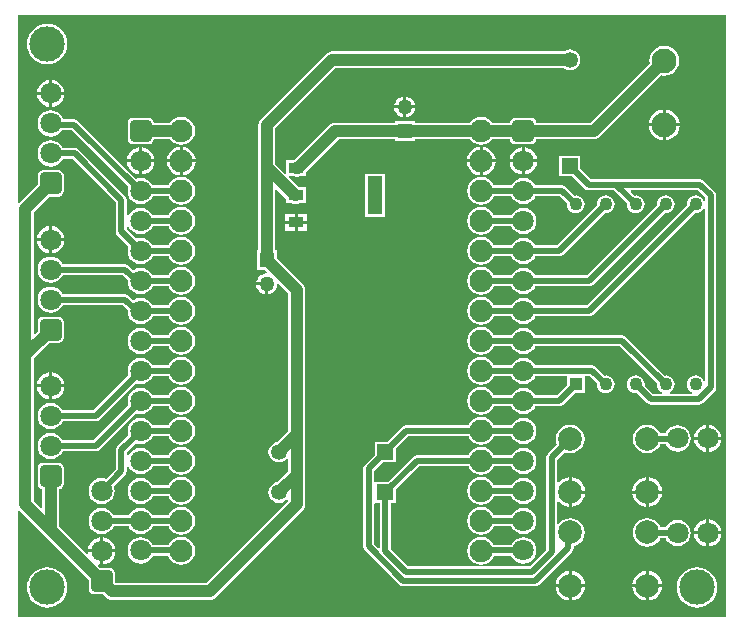
<source format=gbl>
G04*
G04 #@! TF.GenerationSoftware,Altium Limited,Altium Designer,22.5.1 (42)*
G04*
G04 Layer_Physical_Order=2*
G04 Layer_Color=16711680*
%FSLAX24Y24*%
%MOIN*%
G70*
G04*
G04 #@! TF.SameCoordinates,CA2130CD-DD2B-4D4C-96E1-355C1CFE4D94*
G04*
G04*
G04 #@! TF.FilePolarity,Positive*
G04*
G01*
G75*
%ADD10C,0.0197*%
%ADD27C,0.0827*%
%ADD28C,0.0709*%
G04:AMPARAMS|DCode=29|XSize=70.9mil|YSize=70.9mil|CornerRadius=8.9mil|HoleSize=0mil|Usage=FLASHONLY|Rotation=90.000|XOffset=0mil|YOffset=0mil|HoleType=Round|Shape=RoundedRectangle|*
%AMROUNDEDRECTD29*
21,1,0.0709,0.0531,0,0,90.0*
21,1,0.0531,0.0709,0,0,90.0*
1,1,0.0177,0.0266,0.0266*
1,1,0.0177,0.0266,-0.0266*
1,1,0.0177,-0.0266,-0.0266*
1,1,0.0177,-0.0266,0.0266*
%
%ADD29ROUNDEDRECTD29*%
%ADD30C,0.1181*%
%ADD31C,0.0433*%
%ADD32R,0.0433X0.0433*%
%ADD33R,0.0531X0.0531*%
%ADD34C,0.0787*%
%ADD35C,0.0531*%
%ADD36R,0.0502X0.0502*%
%ADD37C,0.0502*%
%ADD38R,0.0531X0.0531*%
%ADD39C,0.0760*%
%ADD40R,0.0512X0.1280*%
%ADD41R,0.0512X0.0374*%
%ADD42C,0.0394*%
G36*
X23622Y0D02*
X0D01*
Y3539D01*
X50Y3556D01*
X53Y3553D01*
X903Y2703D01*
X903Y2703D01*
X2362Y1243D01*
Y934D01*
X2375Y868D01*
X2413Y813D01*
X2468Y775D01*
X2534Y762D01*
X2843D01*
X2953Y653D01*
X3010Y608D01*
X3078Y580D01*
X3150Y571D01*
X6400D01*
X6472Y580D01*
X6540Y608D01*
X6597Y653D01*
X9497Y3553D01*
X9542Y3610D01*
X9570Y3678D01*
X9579Y3750D01*
Y4743D01*
Y6093D01*
Y10900D01*
X9579Y10900D01*
X9570Y10972D01*
X9542Y11040D01*
X9497Y11097D01*
X9497Y11097D01*
X8631Y11964D01*
Y12231D01*
X8579D01*
Y14242D01*
X8625Y14262D01*
X8945Y13942D01*
Y13783D01*
X9153D01*
X9160Y13780D01*
X9232Y13771D01*
X9281D01*
X9353Y13780D01*
X9360Y13783D01*
X9617D01*
Y14317D01*
X9360D01*
X9360Y14317D01*
X9038Y14638D01*
X9058Y14685D01*
X9202D01*
X9209Y14682D01*
X9281Y14672D01*
X9330D01*
X9403Y14682D01*
X9409Y14685D01*
X9617D01*
Y14843D01*
X10694Y15921D01*
X12569D01*
Y15869D01*
X13231D01*
Y15921D01*
X15084D01*
X15122Y15872D01*
X15218Y15798D01*
X15330Y15752D01*
X15450Y15736D01*
X15570Y15752D01*
X15682Y15798D01*
X15778Y15872D01*
X15816Y15921D01*
X16415D01*
X16425Y15868D01*
X16463Y15813D01*
X16518Y15775D01*
X16584Y15762D01*
X17116D01*
X17182Y15775D01*
X17237Y15813D01*
X17275Y15868D01*
X17285Y15921D01*
X19208D01*
X19281Y15930D01*
X19348Y15958D01*
X19406Y16003D01*
X21459Y18056D01*
X21550Y18044D01*
X21679Y18061D01*
X21799Y18111D01*
X21902Y18190D01*
X21981Y18293D01*
X22031Y18413D01*
X22048Y18542D01*
X22031Y18671D01*
X21981Y18791D01*
X21902Y18894D01*
X21799Y18973D01*
X21679Y19022D01*
X21550Y19039D01*
X21421Y19022D01*
X21301Y18973D01*
X21198Y18894D01*
X21119Y18791D01*
X21069Y18671D01*
X21052Y18542D01*
X21064Y18451D01*
X19093Y16479D01*
X17285D01*
X17275Y16532D01*
X17237Y16587D01*
X17182Y16625D01*
X17116Y16638D01*
X16584D01*
X16518Y16625D01*
X16463Y16587D01*
X16425Y16532D01*
X16415Y16479D01*
X15816D01*
X15778Y16528D01*
X15682Y16602D01*
X15570Y16648D01*
X15450Y16664D01*
X15330Y16648D01*
X15218Y16602D01*
X15122Y16528D01*
X15084Y16479D01*
X13231D01*
Y16531D01*
X12569D01*
Y16479D01*
X10579D01*
X10579Y16479D01*
X10506Y16470D01*
X10439Y16442D01*
X10381Y16397D01*
X10381Y16397D01*
X9203Y15219D01*
X9202Y15219D01*
X8945D01*
Y14797D01*
X8899Y14778D01*
X8579Y15098D01*
Y16284D01*
X10587Y18292D01*
X11850D01*
X18196Y18292D01*
X18226Y18270D01*
X18310Y18235D01*
X18400Y18223D01*
X18490Y18235D01*
X18574Y18270D01*
X18647Y18325D01*
X18702Y18397D01*
X18737Y18481D01*
X18749Y18572D01*
X18737Y18662D01*
X18702Y18746D01*
X18647Y18818D01*
X18574Y18874D01*
X18490Y18908D01*
X18400Y18920D01*
X18310Y18908D01*
X18226Y18874D01*
X18196Y18851D01*
X11850Y18851D01*
X10472D01*
X10399Y18841D01*
X10332Y18813D01*
X10274Y18769D01*
X8103Y16597D01*
X8058Y16540D01*
X8030Y16472D01*
X8021Y16400D01*
Y14982D01*
Y12231D01*
X7969D01*
Y11569D01*
X8236D01*
X8304Y11501D01*
X8283Y11452D01*
X8208Y11442D01*
X8123Y11407D01*
X8050Y11350D01*
X7993Y11277D01*
X7958Y11192D01*
X7953Y11150D01*
X8300D01*
Y11100D01*
X8350D01*
Y10753D01*
X8392Y10758D01*
X8477Y10793D01*
X8550Y10850D01*
X8607Y10923D01*
X8642Y11008D01*
X8652Y11083D01*
X8701Y11104D01*
X9021Y10784D01*
Y6209D01*
X8654Y5842D01*
X8616Y5837D01*
X8532Y5802D01*
X8460Y5747D01*
X8405Y5674D01*
X8370Y5590D01*
X8358Y5500D01*
X8370Y5410D01*
X8405Y5326D01*
X8460Y5253D01*
X8532Y5198D01*
X8616Y5163D01*
X8707Y5151D01*
X8797Y5163D01*
X8881Y5198D01*
X8953Y5253D01*
X8971Y5276D01*
X9021Y5259D01*
Y4859D01*
X8654Y4492D01*
X8616Y4487D01*
X8532Y4452D01*
X8460Y4397D01*
X8405Y4324D01*
X8370Y4240D01*
X8358Y4150D01*
X8370Y4060D01*
X8405Y3976D01*
X8460Y3903D01*
X8532Y3848D01*
X8616Y3813D01*
X8707Y3801D01*
X8797Y3813D01*
X8881Y3848D01*
X8953Y3903D01*
X8967Y3921D01*
X9013Y3905D01*
X9018Y3863D01*
X6284Y1129D01*
X3266D01*
X3238Y1157D01*
Y1466D01*
X3225Y1532D01*
X3187Y1587D01*
X3132Y1625D01*
X3066Y1638D01*
X2757D01*
X2689Y1706D01*
X2712Y1753D01*
X2750Y1748D01*
Y2150D01*
X2348D01*
X2353Y2112D01*
X2306Y2089D01*
X1379Y3016D01*
Y4265D01*
X1432Y4275D01*
X1487Y4313D01*
X1525Y4368D01*
X1538Y4434D01*
Y4966D01*
X1525Y5032D01*
X1487Y5087D01*
X1432Y5125D01*
X1366Y5138D01*
X834D01*
X768Y5125D01*
X713Y5087D01*
X675Y5032D01*
X662Y4966D01*
Y4434D01*
X675Y4368D01*
X713Y4313D01*
X768Y4275D01*
X821Y4265D01*
Y3639D01*
X775Y3620D01*
X529Y3866D01*
Y8609D01*
X1057Y9137D01*
X1366D01*
X1432Y9150D01*
X1487Y9188D01*
X1525Y9243D01*
X1538Y9309D01*
Y9841D01*
X1525Y9907D01*
X1487Y9962D01*
X1432Y10000D01*
X1366Y10013D01*
X834D01*
X768Y10000D01*
X713Y9962D01*
X675Y9907D01*
X662Y9841D01*
Y9532D01*
X575Y9445D01*
X529Y9464D01*
Y13484D01*
X1057Y14012D01*
X1366D01*
X1432Y14025D01*
X1487Y14063D01*
X1525Y14118D01*
X1538Y14184D01*
Y14716D01*
X1525Y14782D01*
X1487Y14837D01*
X1432Y14875D01*
X1366Y14888D01*
X834D01*
X768Y14875D01*
X713Y14837D01*
X675Y14782D01*
X662Y14716D01*
Y14407D01*
X53Y13797D01*
X50Y13794D01*
X0Y13811D01*
Y20079D01*
X23622D01*
Y0D01*
D02*
G37*
%LPC*%
G36*
X984Y19768D02*
X853Y19755D01*
X726Y19717D01*
X610Y19655D01*
X508Y19571D01*
X424Y19469D01*
X362Y19352D01*
X323Y19226D01*
X310Y19094D01*
X323Y18963D01*
X362Y18837D01*
X424Y18720D01*
X508Y18618D01*
X610Y18534D01*
X726Y18472D01*
X853Y18434D01*
X984Y18421D01*
X1116Y18434D01*
X1242Y18472D01*
X1359Y18534D01*
X1461Y18618D01*
X1544Y18720D01*
X1607Y18837D01*
X1645Y18963D01*
X1658Y19094D01*
X1645Y19226D01*
X1607Y19352D01*
X1544Y19469D01*
X1461Y19571D01*
X1359Y19655D01*
X1242Y19717D01*
X1116Y19755D01*
X984Y19768D01*
D02*
G37*
G36*
X1150Y17902D02*
Y17500D01*
X1552D01*
X1543Y17569D01*
X1497Y17679D01*
X1424Y17774D01*
X1329Y17847D01*
X1219Y17893D01*
X1150Y17902D01*
D02*
G37*
G36*
X1050D02*
X981Y17893D01*
X871Y17847D01*
X776Y17774D01*
X703Y17679D01*
X657Y17569D01*
X648Y17500D01*
X1050D01*
Y17902D01*
D02*
G37*
G36*
X12950Y17347D02*
Y17050D01*
X13247D01*
X13242Y17092D01*
X13207Y17177D01*
X13150Y17250D01*
X13077Y17307D01*
X12992Y17342D01*
X12950Y17347D01*
D02*
G37*
G36*
X12850D02*
X12808Y17342D01*
X12723Y17307D01*
X12650Y17250D01*
X12593Y17177D01*
X12558Y17092D01*
X12553Y17050D01*
X12850D01*
Y17347D01*
D02*
G37*
G36*
X1552Y17400D02*
X1150D01*
Y16998D01*
X1219Y17007D01*
X1329Y17053D01*
X1424Y17126D01*
X1497Y17221D01*
X1543Y17331D01*
X1552Y17400D01*
D02*
G37*
G36*
X1050D02*
X648D01*
X657Y17331D01*
X703Y17221D01*
X776Y17126D01*
X871Y17053D01*
X981Y17007D01*
X1050Y16998D01*
Y17400D01*
D02*
G37*
G36*
X13247Y16950D02*
X12950D01*
Y16653D01*
X12992Y16658D01*
X13077Y16693D01*
X13150Y16750D01*
X13207Y16823D01*
X13242Y16908D01*
X13247Y16950D01*
D02*
G37*
G36*
X12850D02*
X12553D01*
X12558Y16908D01*
X12593Y16823D01*
X12650Y16750D01*
X12723Y16693D01*
X12808Y16658D01*
X12850Y16653D01*
Y16950D01*
D02*
G37*
G36*
X5450Y16664D02*
X5330Y16648D01*
X5218Y16602D01*
X5122Y16528D01*
X5084Y16479D01*
X4535D01*
X4525Y16532D01*
X4487Y16587D01*
X4432Y16625D01*
X4366Y16638D01*
X3834D01*
X3768Y16625D01*
X3713Y16587D01*
X3675Y16532D01*
X3662Y16466D01*
Y15934D01*
X3675Y15868D01*
X3713Y15813D01*
X3768Y15775D01*
X3834Y15762D01*
X4366D01*
X4432Y15775D01*
X4487Y15813D01*
X4525Y15868D01*
X4535Y15921D01*
X5084D01*
X5122Y15872D01*
X5218Y15798D01*
X5330Y15752D01*
X5450Y15736D01*
X5570Y15752D01*
X5682Y15798D01*
X5778Y15872D01*
X5852Y15968D01*
X5898Y16080D01*
X5914Y16200D01*
X5898Y16320D01*
X5852Y16432D01*
X5778Y16528D01*
X5682Y16602D01*
X5570Y16648D01*
X5450Y16664D01*
D02*
G37*
G36*
X21600Y16911D02*
Y16450D01*
X22061D01*
X22050Y16534D01*
X21998Y16659D01*
X21916Y16766D01*
X21809Y16848D01*
X21684Y16900D01*
X21600Y16911D01*
D02*
G37*
G36*
X21500D02*
X21416Y16900D01*
X21291Y16848D01*
X21184Y16766D01*
X21102Y16659D01*
X21050Y16534D01*
X21039Y16450D01*
X21500D01*
Y16911D01*
D02*
G37*
G36*
X22061Y16350D02*
X21600D01*
Y15889D01*
X21684Y15900D01*
X21809Y15952D01*
X21916Y16034D01*
X21998Y16141D01*
X22050Y16266D01*
X22061Y16350D01*
D02*
G37*
G36*
X21500D02*
X21039D01*
X21050Y16266D01*
X21102Y16141D01*
X21184Y16034D01*
X21291Y15952D01*
X21416Y15900D01*
X21500Y15889D01*
Y16350D01*
D02*
G37*
G36*
X5500Y15678D02*
Y15250D01*
X5928D01*
X5918Y15325D01*
X5869Y15442D01*
X5792Y15542D01*
X5692Y15619D01*
X5575Y15668D01*
X5500Y15678D01*
D02*
G37*
G36*
X4150Y15652D02*
Y15250D01*
X4552D01*
X4543Y15319D01*
X4497Y15429D01*
X4424Y15524D01*
X4329Y15597D01*
X4219Y15643D01*
X4150Y15652D01*
D02*
G37*
G36*
X16900D02*
Y15250D01*
X17302D01*
X17293Y15319D01*
X17247Y15429D01*
X17174Y15524D01*
X17079Y15597D01*
X16969Y15643D01*
X16900Y15652D01*
D02*
G37*
G36*
X15500Y15678D02*
Y15250D01*
X15928D01*
X15918Y15325D01*
X15869Y15442D01*
X15792Y15542D01*
X15692Y15619D01*
X15575Y15668D01*
X15500Y15678D01*
D02*
G37*
G36*
X16800Y15652D02*
X16731Y15643D01*
X16621Y15597D01*
X16526Y15524D01*
X16453Y15429D01*
X16407Y15319D01*
X16398Y15250D01*
X16800D01*
Y15652D01*
D02*
G37*
G36*
X4050D02*
X3981Y15643D01*
X3871Y15597D01*
X3776Y15524D01*
X3703Y15429D01*
X3657Y15319D01*
X3648Y15250D01*
X4050D01*
Y15652D01*
D02*
G37*
G36*
X5400Y15678D02*
X5325Y15668D01*
X5208Y15619D01*
X5108Y15542D01*
X5031Y15442D01*
X4982Y15325D01*
X4972Y15250D01*
X5400D01*
Y15678D01*
D02*
G37*
G36*
X15400D02*
X15325Y15668D01*
X15208Y15619D01*
X15108Y15542D01*
X15031Y15442D01*
X14982Y15325D01*
X14972Y15250D01*
X15400D01*
Y15678D01*
D02*
G37*
G36*
X17302Y15150D02*
X16900D01*
Y14748D01*
X16969Y14757D01*
X17079Y14803D01*
X17174Y14876D01*
X17247Y14971D01*
X17293Y15081D01*
X17302Y15150D01*
D02*
G37*
G36*
X4552D02*
X4150D01*
Y14748D01*
X4219Y14757D01*
X4329Y14803D01*
X4424Y14876D01*
X4497Y14971D01*
X4543Y15081D01*
X4552Y15150D01*
D02*
G37*
G36*
X16800D02*
X16398D01*
X16407Y15081D01*
X16453Y14971D01*
X16526Y14876D01*
X16621Y14803D01*
X16731Y14757D01*
X16800Y14748D01*
Y15150D01*
D02*
G37*
G36*
X4050D02*
X3648D01*
X3657Y15081D01*
X3703Y14971D01*
X3776Y14876D01*
X3871Y14803D01*
X3981Y14757D01*
X4050Y14748D01*
Y15150D01*
D02*
G37*
G36*
X15928D02*
X15500D01*
Y14722D01*
X15575Y14732D01*
X15692Y14781D01*
X15792Y14858D01*
X15869Y14958D01*
X15918Y15075D01*
X15928Y15150D01*
D02*
G37*
G36*
X5928D02*
X5500D01*
Y14722D01*
X5575Y14732D01*
X5692Y14781D01*
X5792Y14858D01*
X5869Y14958D01*
X5918Y15075D01*
X5928Y15150D01*
D02*
G37*
G36*
X15400D02*
X14972D01*
X14982Y15075D01*
X15031Y14958D01*
X15108Y14858D01*
X15208Y14781D01*
X15325Y14732D01*
X15400Y14722D01*
Y15150D01*
D02*
G37*
G36*
X5400D02*
X4972D01*
X4982Y15075D01*
X5031Y14958D01*
X5108Y14858D01*
X5208Y14781D01*
X5325Y14732D01*
X5400Y14722D01*
Y15150D01*
D02*
G37*
G36*
X18746Y15374D02*
X18054D01*
Y14683D01*
X18488D01*
X18900Y14271D01*
X18900Y14271D01*
X18959Y14232D01*
X19028Y14218D01*
X19875D01*
X20306Y13787D01*
X20301Y13750D01*
X20311Y13673D01*
X20341Y13600D01*
X20389Y13539D01*
X20450Y13491D01*
X20523Y13461D01*
X20600Y13451D01*
X20677Y13461D01*
X20750Y13491D01*
X20811Y13539D01*
X20859Y13600D01*
X20889Y13673D01*
X20899Y13750D01*
X20889Y13827D01*
X20859Y13900D01*
X20811Y13961D01*
X20750Y14009D01*
X20677Y14039D01*
X20600Y14049D01*
X20563Y14044D01*
X20435Y14172D01*
X20455Y14218D01*
X22675D01*
X22918Y13975D01*
Y13888D01*
X22868Y13878D01*
X22859Y13900D01*
X22811Y13961D01*
X22750Y14009D01*
X22677Y14039D01*
X22600Y14049D01*
X22523Y14039D01*
X22450Y14009D01*
X22389Y13961D01*
X22341Y13900D01*
X22311Y13827D01*
X22301Y13750D01*
X22306Y13713D01*
X18975Y10382D01*
X17245D01*
X17229Y10419D01*
X17160Y10510D01*
X17069Y10579D01*
X16963Y10623D01*
X16850Y10638D01*
X16737Y10623D01*
X16631Y10579D01*
X16540Y10510D01*
X16471Y10419D01*
X16455Y10382D01*
X15873D01*
X15852Y10432D01*
X15778Y10528D01*
X15682Y10602D01*
X15570Y10648D01*
X15450Y10664D01*
X15330Y10648D01*
X15218Y10602D01*
X15122Y10528D01*
X15048Y10432D01*
X15002Y10320D01*
X14986Y10200D01*
X15002Y10080D01*
X15048Y9968D01*
X15122Y9872D01*
X15218Y9798D01*
X15330Y9752D01*
X15450Y9736D01*
X15570Y9752D01*
X15682Y9798D01*
X15778Y9872D01*
X15852Y9968D01*
X15873Y10018D01*
X16455D01*
X16471Y9981D01*
X16540Y9890D01*
X16631Y9821D01*
X16737Y9777D01*
X16850Y9762D01*
X16963Y9777D01*
X17069Y9821D01*
X17160Y9890D01*
X17229Y9981D01*
X17245Y10018D01*
X19050D01*
X19050Y10018D01*
X19120Y10032D01*
X19179Y10071D01*
X22563Y13456D01*
X22600Y13451D01*
X22677Y13461D01*
X22750Y13491D01*
X22811Y13539D01*
X22859Y13600D01*
X22868Y13622D01*
X22918Y13612D01*
Y7888D01*
X22868Y7878D01*
X22859Y7900D01*
X22811Y7961D01*
X22750Y8009D01*
X22677Y8039D01*
X22600Y8049D01*
X22523Y8039D01*
X22450Y8009D01*
X22389Y7961D01*
X22341Y7900D01*
X22311Y7827D01*
X22301Y7750D01*
X22311Y7673D01*
X22341Y7600D01*
X22389Y7539D01*
X22450Y7491D01*
X22472Y7482D01*
X22462Y7432D01*
X21738D01*
X21728Y7482D01*
X21750Y7491D01*
X21811Y7539D01*
X21859Y7600D01*
X21889Y7673D01*
X21899Y7750D01*
X21889Y7827D01*
X21859Y7900D01*
X21811Y7961D01*
X21750Y8009D01*
X21677Y8039D01*
X21600Y8049D01*
X21563Y8044D01*
X20279Y9329D01*
X20220Y9368D01*
X20150Y9382D01*
X20150Y9382D01*
X17245D01*
X17229Y9419D01*
X17160Y9510D01*
X17069Y9579D01*
X16963Y9623D01*
X16850Y9638D01*
X16737Y9623D01*
X16631Y9579D01*
X16540Y9510D01*
X16471Y9419D01*
X16455Y9382D01*
X15873D01*
X15852Y9432D01*
X15778Y9528D01*
X15682Y9602D01*
X15570Y9648D01*
X15450Y9664D01*
X15330Y9648D01*
X15218Y9602D01*
X15122Y9528D01*
X15048Y9432D01*
X15002Y9320D01*
X14986Y9200D01*
X15002Y9080D01*
X15048Y8968D01*
X15122Y8872D01*
X15218Y8798D01*
X15330Y8752D01*
X15450Y8736D01*
X15570Y8752D01*
X15682Y8798D01*
X15778Y8872D01*
X15852Y8968D01*
X15873Y9018D01*
X16455D01*
X16471Y8981D01*
X16540Y8890D01*
X16631Y8821D01*
X16737Y8777D01*
X16850Y8762D01*
X16963Y8777D01*
X17069Y8821D01*
X17160Y8890D01*
X17229Y8981D01*
X17245Y9018D01*
X20075D01*
X21306Y7787D01*
X21301Y7750D01*
X21311Y7673D01*
X21341Y7600D01*
X21389Y7539D01*
X21450Y7491D01*
X21472Y7482D01*
X21462Y7432D01*
X21175D01*
X20894Y7713D01*
X20899Y7750D01*
X20889Y7827D01*
X20859Y7900D01*
X20811Y7961D01*
X20750Y8009D01*
X20677Y8039D01*
X20600Y8049D01*
X20523Y8039D01*
X20450Y8009D01*
X20389Y7961D01*
X20341Y7900D01*
X20311Y7827D01*
X20301Y7750D01*
X20311Y7673D01*
X20341Y7600D01*
X20389Y7539D01*
X20450Y7491D01*
X20523Y7461D01*
X20600Y7451D01*
X20637Y7456D01*
X20971Y7121D01*
X20971Y7121D01*
X21030Y7082D01*
X21100Y7068D01*
X21100Y7068D01*
X22700D01*
X22700Y7068D01*
X22770Y7082D01*
X22829Y7121D01*
X23229Y7521D01*
X23229Y7521D01*
X23268Y7580D01*
X23282Y7650D01*
Y14050D01*
X23282Y14050D01*
X23268Y14120D01*
X23229Y14179D01*
X23229Y14179D01*
X22879Y14529D01*
X22820Y14568D01*
X22750Y14582D01*
X22750Y14582D01*
X19950D01*
X19950Y14582D01*
X19950Y14582D01*
X19104D01*
X18746Y14940D01*
Y15374D01*
D02*
G37*
G36*
X1100Y16888D02*
X987Y16873D01*
X881Y16829D01*
X790Y16760D01*
X721Y16669D01*
X677Y16563D01*
X662Y16450D01*
X677Y16337D01*
X721Y16231D01*
X790Y16140D01*
X881Y16071D01*
X987Y16027D01*
X1100Y16012D01*
X1213Y16027D01*
X1319Y16071D01*
X1410Y16140D01*
X1479Y16230D01*
X1813D01*
X3692Y14351D01*
X3677Y14313D01*
X3662Y14200D01*
X3677Y14087D01*
X3721Y13981D01*
X3790Y13890D01*
X3881Y13821D01*
X3987Y13777D01*
X4100Y13762D01*
X4213Y13777D01*
X4319Y13821D01*
X4410Y13890D01*
X4479Y13981D01*
X4495Y14018D01*
X5027D01*
X5048Y13968D01*
X5122Y13872D01*
X5218Y13798D01*
X5330Y13752D01*
X5450Y13736D01*
X5570Y13752D01*
X5682Y13798D01*
X5778Y13872D01*
X5852Y13968D01*
X5898Y14080D01*
X5914Y14200D01*
X5898Y14320D01*
X5852Y14432D01*
X5778Y14528D01*
X5682Y14602D01*
X5570Y14648D01*
X5450Y14664D01*
X5330Y14648D01*
X5218Y14602D01*
X5122Y14528D01*
X5048Y14432D01*
X5027Y14382D01*
X4495D01*
X4479Y14419D01*
X4410Y14510D01*
X4319Y14579D01*
X4213Y14623D01*
X4100Y14638D01*
X3987Y14623D01*
X3950Y14608D01*
X2017Y16541D01*
X1958Y16580D01*
X1888Y16594D01*
X1888Y16594D01*
X1511D01*
X1479Y16669D01*
X1410Y16760D01*
X1319Y16829D01*
X1213Y16873D01*
X1100Y16888D01*
D02*
G37*
G36*
X21600Y14049D02*
X21523Y14039D01*
X21450Y14009D01*
X21389Y13961D01*
X21341Y13900D01*
X21311Y13827D01*
X21301Y13750D01*
X21306Y13713D01*
X18975Y11382D01*
X17245D01*
X17229Y11419D01*
X17160Y11510D01*
X17069Y11579D01*
X16963Y11623D01*
X16850Y11638D01*
X16737Y11623D01*
X16631Y11579D01*
X16540Y11510D01*
X16471Y11419D01*
X16455Y11382D01*
X15873D01*
X15852Y11432D01*
X15778Y11528D01*
X15682Y11602D01*
X15570Y11648D01*
X15450Y11664D01*
X15330Y11648D01*
X15218Y11602D01*
X15122Y11528D01*
X15048Y11432D01*
X15002Y11320D01*
X14986Y11200D01*
X15002Y11080D01*
X15048Y10968D01*
X15122Y10872D01*
X15218Y10798D01*
X15330Y10752D01*
X15450Y10736D01*
X15570Y10752D01*
X15682Y10798D01*
X15778Y10872D01*
X15852Y10968D01*
X15873Y11018D01*
X16455D01*
X16471Y10981D01*
X16540Y10890D01*
X16631Y10821D01*
X16737Y10777D01*
X16850Y10762D01*
X16963Y10777D01*
X17069Y10821D01*
X17160Y10890D01*
X17229Y10981D01*
X17245Y11018D01*
X19050D01*
X19050Y11018D01*
X19120Y11032D01*
X19179Y11071D01*
X21563Y13456D01*
X21600Y13451D01*
X21677Y13461D01*
X21750Y13491D01*
X21811Y13539D01*
X21859Y13600D01*
X21889Y13673D01*
X21899Y13750D01*
X21889Y13827D01*
X21859Y13900D01*
X21811Y13961D01*
X21750Y14009D01*
X21677Y14039D01*
X21600Y14049D01*
D02*
G37*
G36*
X19600D02*
X19523Y14039D01*
X19450Y14009D01*
X19389Y13961D01*
X19341Y13900D01*
X19311Y13827D01*
X19301Y13750D01*
X19306Y13713D01*
X17975Y12382D01*
X17245D01*
X17229Y12419D01*
X17160Y12510D01*
X17069Y12579D01*
X16963Y12623D01*
X16850Y12638D01*
X16737Y12623D01*
X16631Y12579D01*
X16540Y12510D01*
X16471Y12419D01*
X16455Y12382D01*
X15873D01*
X15852Y12432D01*
X15778Y12528D01*
X15682Y12602D01*
X15570Y12648D01*
X15450Y12664D01*
X15330Y12648D01*
X15218Y12602D01*
X15122Y12528D01*
X15048Y12432D01*
X15002Y12320D01*
X14986Y12200D01*
X15002Y12080D01*
X15048Y11968D01*
X15122Y11872D01*
X15218Y11798D01*
X15330Y11752D01*
X15450Y11736D01*
X15570Y11752D01*
X15682Y11798D01*
X15778Y11872D01*
X15852Y11968D01*
X15873Y12018D01*
X16455D01*
X16471Y11981D01*
X16540Y11890D01*
X16631Y11821D01*
X16737Y11777D01*
X16850Y11762D01*
X16963Y11777D01*
X17069Y11821D01*
X17160Y11890D01*
X17229Y11981D01*
X17245Y12018D01*
X18050D01*
X18050Y12018D01*
X18120Y12032D01*
X18179Y12071D01*
X19563Y13456D01*
X19600Y13451D01*
X19677Y13461D01*
X19750Y13491D01*
X19811Y13539D01*
X19859Y13600D01*
X19889Y13673D01*
X19899Y13750D01*
X19889Y13827D01*
X19859Y13900D01*
X19811Y13961D01*
X19750Y14009D01*
X19677Y14039D01*
X19600Y14049D01*
D02*
G37*
G36*
X15450Y14664D02*
X15330Y14648D01*
X15218Y14602D01*
X15122Y14528D01*
X15048Y14432D01*
X15002Y14320D01*
X14986Y14200D01*
X15002Y14080D01*
X15048Y13968D01*
X15122Y13872D01*
X15218Y13798D01*
X15330Y13752D01*
X15450Y13736D01*
X15570Y13752D01*
X15682Y13798D01*
X15778Y13872D01*
X15852Y13968D01*
X15873Y14018D01*
X16455D01*
X16471Y13981D01*
X16540Y13890D01*
X16631Y13821D01*
X16737Y13777D01*
X16850Y13762D01*
X16963Y13777D01*
X17069Y13821D01*
X17160Y13890D01*
X17229Y13981D01*
X17245Y14018D01*
X18075D01*
X18306Y13787D01*
X18301Y13750D01*
X18311Y13673D01*
X18341Y13600D01*
X18389Y13539D01*
X18450Y13491D01*
X18523Y13461D01*
X18600Y13451D01*
X18677Y13461D01*
X18750Y13491D01*
X18811Y13539D01*
X18859Y13600D01*
X18889Y13673D01*
X18899Y13750D01*
X18889Y13827D01*
X18859Y13900D01*
X18811Y13961D01*
X18750Y14009D01*
X18677Y14039D01*
X18600Y14049D01*
X18563Y14044D01*
X18279Y14329D01*
X18220Y14368D01*
X18150Y14382D01*
X18150Y14382D01*
X17245D01*
X17229Y14419D01*
X17160Y14510D01*
X17069Y14579D01*
X16963Y14623D01*
X16850Y14638D01*
X16737Y14623D01*
X16631Y14579D01*
X16540Y14510D01*
X16471Y14419D01*
X16455Y14382D01*
X15873D01*
X15852Y14432D01*
X15778Y14528D01*
X15682Y14602D01*
X15570Y14648D01*
X15450Y14664D01*
D02*
G37*
G36*
X12255Y14770D02*
X11583D01*
Y13330D01*
X12255D01*
Y14770D01*
D02*
G37*
G36*
X9637Y13435D02*
X9331D01*
Y13198D01*
X9637D01*
Y13435D01*
D02*
G37*
G36*
X9231D02*
X8925D01*
Y13198D01*
X9231D01*
Y13435D01*
D02*
G37*
G36*
X9637Y13098D02*
X9331D01*
Y12861D01*
X9637D01*
Y13098D01*
D02*
G37*
G36*
X9231D02*
X8925D01*
Y12861D01*
X9231D01*
Y13098D01*
D02*
G37*
G36*
X15450Y13664D02*
X15330Y13648D01*
X15218Y13602D01*
X15122Y13528D01*
X15048Y13432D01*
X15002Y13320D01*
X14986Y13200D01*
X15002Y13080D01*
X15048Y12968D01*
X15122Y12872D01*
X15218Y12798D01*
X15330Y12752D01*
X15450Y12736D01*
X15570Y12752D01*
X15682Y12798D01*
X15778Y12872D01*
X15852Y12968D01*
X15873Y13018D01*
X16455D01*
X16471Y12981D01*
X16540Y12890D01*
X16631Y12821D01*
X16737Y12777D01*
X16850Y12762D01*
X16963Y12777D01*
X17069Y12821D01*
X17160Y12890D01*
X17229Y12981D01*
X17273Y13087D01*
X17288Y13200D01*
X17273Y13313D01*
X17229Y13419D01*
X17160Y13510D01*
X17069Y13579D01*
X16963Y13623D01*
X16850Y13638D01*
X16737Y13623D01*
X16631Y13579D01*
X16540Y13510D01*
X16471Y13419D01*
X16455Y13382D01*
X15873D01*
X15852Y13432D01*
X15778Y13528D01*
X15682Y13602D01*
X15570Y13648D01*
X15450Y13664D01*
D02*
G37*
G36*
X1100Y15888D02*
X987Y15873D01*
X881Y15829D01*
X790Y15760D01*
X721Y15669D01*
X677Y15563D01*
X662Y15450D01*
X677Y15337D01*
X721Y15231D01*
X790Y15140D01*
X881Y15071D01*
X987Y15027D01*
X1100Y15012D01*
X1213Y15027D01*
X1319Y15071D01*
X1410Y15140D01*
X1479Y15231D01*
X1495Y15268D01*
X1825D01*
X3268Y13825D01*
Y12850D01*
X3268Y12850D01*
X3282Y12780D01*
X3321Y12721D01*
X3692Y12350D01*
X3677Y12313D01*
X3662Y12200D01*
X3677Y12087D01*
X3721Y11981D01*
X3790Y11890D01*
X3881Y11821D01*
X3987Y11777D01*
X4100Y11762D01*
X4213Y11777D01*
X4319Y11821D01*
X4410Y11890D01*
X4479Y11981D01*
X4495Y12018D01*
X5027D01*
X5048Y11968D01*
X5122Y11872D01*
X5218Y11798D01*
X5330Y11752D01*
X5450Y11736D01*
X5570Y11752D01*
X5682Y11798D01*
X5778Y11872D01*
X5852Y11968D01*
X5898Y12080D01*
X5914Y12200D01*
X5898Y12320D01*
X5852Y12432D01*
X5778Y12528D01*
X5682Y12602D01*
X5570Y12648D01*
X5450Y12664D01*
X5330Y12648D01*
X5218Y12602D01*
X5122Y12528D01*
X5048Y12432D01*
X5027Y12382D01*
X4495D01*
X4479Y12419D01*
X4410Y12510D01*
X4319Y12579D01*
X4213Y12623D01*
X4100Y12638D01*
X3987Y12623D01*
X3950Y12608D01*
X3632Y12925D01*
Y13064D01*
X3682Y13074D01*
X3721Y12981D01*
X3790Y12890D01*
X3881Y12821D01*
X3987Y12777D01*
X4100Y12762D01*
X4213Y12777D01*
X4319Y12821D01*
X4410Y12890D01*
X4479Y12981D01*
X4495Y13018D01*
X5027D01*
X5048Y12968D01*
X5122Y12872D01*
X5218Y12798D01*
X5330Y12752D01*
X5450Y12736D01*
X5570Y12752D01*
X5682Y12798D01*
X5778Y12872D01*
X5852Y12968D01*
X5898Y13080D01*
X5914Y13200D01*
X5898Y13320D01*
X5852Y13432D01*
X5778Y13528D01*
X5682Y13602D01*
X5570Y13648D01*
X5450Y13664D01*
X5330Y13648D01*
X5218Y13602D01*
X5122Y13528D01*
X5048Y13432D01*
X5027Y13382D01*
X4495D01*
X4479Y13419D01*
X4410Y13510D01*
X4319Y13579D01*
X4213Y13623D01*
X4100Y13638D01*
X3987Y13623D01*
X3881Y13579D01*
X3790Y13510D01*
X3721Y13419D01*
X3682Y13326D01*
X3632Y13336D01*
Y13900D01*
X3632Y13900D01*
X3618Y13970D01*
X3579Y14029D01*
X2029Y15579D01*
X1970Y15618D01*
X1900Y15632D01*
X1900Y15632D01*
X1495D01*
X1479Y15669D01*
X1410Y15760D01*
X1319Y15829D01*
X1213Y15873D01*
X1100Y15888D01*
D02*
G37*
G36*
X1150Y13027D02*
Y12625D01*
X1552D01*
X1543Y12694D01*
X1497Y12804D01*
X1424Y12899D01*
X1329Y12972D01*
X1219Y13018D01*
X1150Y13027D01*
D02*
G37*
G36*
X1050D02*
X981Y13018D01*
X871Y12972D01*
X776Y12899D01*
X703Y12804D01*
X657Y12694D01*
X648Y12625D01*
X1050D01*
Y13027D01*
D02*
G37*
G36*
X1552Y12525D02*
X1150D01*
Y12123D01*
X1219Y12132D01*
X1329Y12178D01*
X1424Y12251D01*
X1497Y12346D01*
X1543Y12456D01*
X1552Y12525D01*
D02*
G37*
G36*
X1050D02*
X648D01*
X657Y12456D01*
X703Y12346D01*
X776Y12251D01*
X871Y12178D01*
X981Y12132D01*
X1050Y12123D01*
Y12525D01*
D02*
G37*
G36*
X8250Y11050D02*
X7953D01*
X7958Y11008D01*
X7993Y10923D01*
X8050Y10850D01*
X8123Y10793D01*
X8208Y10758D01*
X8250Y10753D01*
Y11050D01*
D02*
G37*
G36*
X1100Y12013D02*
X987Y11998D01*
X881Y11954D01*
X790Y11885D01*
X721Y11794D01*
X677Y11688D01*
X662Y11575D01*
X677Y11462D01*
X721Y11356D01*
X790Y11265D01*
X881Y11196D01*
X987Y11152D01*
X1100Y11137D01*
X1213Y11152D01*
X1319Y11196D01*
X1410Y11265D01*
X1479Y11356D01*
X1495Y11393D01*
X3511D01*
X3667Y11237D01*
X3662Y11200D01*
X3677Y11087D01*
X3721Y10981D01*
X3790Y10890D01*
X3881Y10821D01*
X3987Y10777D01*
X4100Y10762D01*
X4213Y10777D01*
X4319Y10821D01*
X4410Y10890D01*
X4479Y10981D01*
X4495Y11018D01*
X5027D01*
X5048Y10968D01*
X5122Y10872D01*
X5218Y10798D01*
X5330Y10752D01*
X5450Y10736D01*
X5570Y10752D01*
X5682Y10798D01*
X5778Y10872D01*
X5852Y10968D01*
X5898Y11080D01*
X5914Y11200D01*
X5898Y11320D01*
X5852Y11432D01*
X5778Y11528D01*
X5682Y11602D01*
X5570Y11648D01*
X5450Y11664D01*
X5330Y11648D01*
X5218Y11602D01*
X5122Y11528D01*
X5048Y11432D01*
X5027Y11382D01*
X4495D01*
X4479Y11419D01*
X4410Y11510D01*
X4319Y11579D01*
X4213Y11623D01*
X4100Y11638D01*
X3987Y11623D01*
X3881Y11579D01*
X3857Y11561D01*
X3715Y11704D01*
X3656Y11743D01*
X3586Y11757D01*
X3586Y11757D01*
X1495D01*
X1479Y11794D01*
X1410Y11885D01*
X1319Y11954D01*
X1213Y11998D01*
X1100Y12013D01*
D02*
G37*
G36*
Y11013D02*
X987Y10998D01*
X881Y10954D01*
X790Y10885D01*
X721Y10794D01*
X677Y10688D01*
X662Y10575D01*
X677Y10462D01*
X721Y10356D01*
X790Y10265D01*
X881Y10196D01*
X987Y10152D01*
X1100Y10137D01*
X1213Y10152D01*
X1319Y10196D01*
X1410Y10265D01*
X1479Y10356D01*
X1495Y10393D01*
X3511D01*
X3667Y10237D01*
X3662Y10200D01*
X3677Y10087D01*
X3721Y9981D01*
X3790Y9890D01*
X3881Y9821D01*
X3987Y9777D01*
X4100Y9762D01*
X4213Y9777D01*
X4319Y9821D01*
X4410Y9890D01*
X4479Y9981D01*
X4495Y10018D01*
X5027D01*
X5048Y9968D01*
X5122Y9872D01*
X5218Y9798D01*
X5330Y9752D01*
X5450Y9736D01*
X5570Y9752D01*
X5682Y9798D01*
X5778Y9872D01*
X5852Y9968D01*
X5898Y10080D01*
X5914Y10200D01*
X5898Y10320D01*
X5852Y10432D01*
X5778Y10528D01*
X5682Y10602D01*
X5570Y10648D01*
X5450Y10664D01*
X5330Y10648D01*
X5218Y10602D01*
X5122Y10528D01*
X5048Y10432D01*
X5027Y10382D01*
X4495D01*
X4479Y10419D01*
X4410Y10510D01*
X4319Y10579D01*
X4213Y10623D01*
X4100Y10638D01*
X3987Y10623D01*
X3881Y10579D01*
X3857Y10561D01*
X3715Y10704D01*
X3656Y10743D01*
X3586Y10757D01*
X3586Y10757D01*
X1495D01*
X1479Y10794D01*
X1410Y10885D01*
X1319Y10954D01*
X1213Y10998D01*
X1100Y11013D01*
D02*
G37*
G36*
X5450Y9664D02*
X5330Y9648D01*
X5218Y9602D01*
X5122Y9528D01*
X5048Y9432D01*
X5027Y9382D01*
X4495D01*
X4479Y9419D01*
X4410Y9510D01*
X4319Y9579D01*
X4213Y9623D01*
X4100Y9638D01*
X3987Y9623D01*
X3881Y9579D01*
X3790Y9510D01*
X3721Y9419D01*
X3677Y9313D01*
X3662Y9200D01*
X3677Y9087D01*
X3721Y8981D01*
X3790Y8890D01*
X3881Y8821D01*
X3987Y8777D01*
X4100Y8762D01*
X4213Y8777D01*
X4319Y8821D01*
X4410Y8890D01*
X4479Y8981D01*
X4495Y9018D01*
X5027D01*
X5048Y8968D01*
X5122Y8872D01*
X5218Y8798D01*
X5330Y8752D01*
X5450Y8736D01*
X5570Y8752D01*
X5682Y8798D01*
X5778Y8872D01*
X5852Y8968D01*
X5898Y9080D01*
X5914Y9200D01*
X5898Y9320D01*
X5852Y9432D01*
X5778Y9528D01*
X5682Y9602D01*
X5570Y9648D01*
X5450Y9664D01*
D02*
G37*
G36*
Y8664D02*
X5330Y8648D01*
X5218Y8602D01*
X5122Y8528D01*
X5048Y8432D01*
X5027Y8382D01*
X4495D01*
X4479Y8419D01*
X4410Y8510D01*
X4319Y8579D01*
X4213Y8623D01*
X4100Y8638D01*
X3987Y8623D01*
X3881Y8579D01*
X3790Y8510D01*
X3721Y8419D01*
X3677Y8313D01*
X3662Y8200D01*
X3677Y8087D01*
X3692Y8049D01*
X2525Y6882D01*
X1495D01*
X1479Y6919D01*
X1410Y7010D01*
X1319Y7079D01*
X1213Y7123D01*
X1100Y7138D01*
X987Y7123D01*
X881Y7079D01*
X790Y7010D01*
X721Y6919D01*
X677Y6813D01*
X662Y6700D01*
X677Y6587D01*
X721Y6481D01*
X790Y6390D01*
X881Y6321D01*
X987Y6277D01*
X1100Y6262D01*
X1213Y6277D01*
X1319Y6321D01*
X1410Y6390D01*
X1479Y6481D01*
X1495Y6518D01*
X2600D01*
X2600Y6518D01*
X2670Y6532D01*
X2729Y6571D01*
X3950Y7792D01*
X3987Y7777D01*
X4100Y7762D01*
X4213Y7777D01*
X4319Y7821D01*
X4410Y7890D01*
X4479Y7981D01*
X4495Y8018D01*
X5027D01*
X5048Y7968D01*
X5122Y7872D01*
X5218Y7798D01*
X5330Y7752D01*
X5450Y7736D01*
X5570Y7752D01*
X5682Y7798D01*
X5778Y7872D01*
X5852Y7968D01*
X5898Y8080D01*
X5914Y8200D01*
X5898Y8320D01*
X5852Y8432D01*
X5778Y8528D01*
X5682Y8602D01*
X5570Y8648D01*
X5450Y8664D01*
D02*
G37*
G36*
X1150Y8152D02*
Y7750D01*
X1552D01*
X1543Y7819D01*
X1497Y7929D01*
X1424Y8024D01*
X1329Y8097D01*
X1219Y8143D01*
X1150Y8152D01*
D02*
G37*
G36*
X1050D02*
X981Y8143D01*
X871Y8097D01*
X776Y8024D01*
X703Y7929D01*
X657Y7819D01*
X648Y7750D01*
X1050D01*
Y8152D01*
D02*
G37*
G36*
X15450Y8664D02*
X15330Y8648D01*
X15218Y8602D01*
X15122Y8528D01*
X15048Y8432D01*
X15002Y8320D01*
X14986Y8200D01*
X15002Y8080D01*
X15048Y7968D01*
X15122Y7872D01*
X15218Y7798D01*
X15330Y7752D01*
X15450Y7736D01*
X15570Y7752D01*
X15682Y7798D01*
X15778Y7872D01*
X15852Y7968D01*
X15873Y8018D01*
X16455D01*
X16471Y7981D01*
X16540Y7890D01*
X16631Y7821D01*
X16737Y7777D01*
X16850Y7762D01*
X16963Y7777D01*
X17069Y7821D01*
X17160Y7890D01*
X17229Y7981D01*
X17245Y8018D01*
X18303D01*
Y7711D01*
X17975Y7382D01*
X17245D01*
X17229Y7419D01*
X17160Y7510D01*
X17069Y7579D01*
X16963Y7623D01*
X16850Y7638D01*
X16737Y7623D01*
X16631Y7579D01*
X16540Y7510D01*
X16471Y7419D01*
X16455Y7382D01*
X15873D01*
X15852Y7432D01*
X15778Y7528D01*
X15682Y7602D01*
X15570Y7648D01*
X15450Y7664D01*
X15330Y7648D01*
X15218Y7602D01*
X15122Y7528D01*
X15048Y7432D01*
X15002Y7320D01*
X14986Y7200D01*
X15002Y7080D01*
X15048Y6968D01*
X15122Y6872D01*
X15218Y6798D01*
X15330Y6752D01*
X15450Y6736D01*
X15570Y6752D01*
X15682Y6798D01*
X15778Y6872D01*
X15852Y6968D01*
X15873Y7018D01*
X16455D01*
X16471Y6981D01*
X16540Y6890D01*
X16631Y6821D01*
X16737Y6777D01*
X16850Y6762D01*
X16963Y6777D01*
X17069Y6821D01*
X17160Y6890D01*
X17229Y6981D01*
X17245Y7018D01*
X18050D01*
X18050Y7018D01*
X18120Y7032D01*
X18179Y7071D01*
X18561Y7453D01*
X18897D01*
Y8018D01*
X19075D01*
X19306Y7787D01*
X19301Y7750D01*
X19311Y7673D01*
X19341Y7600D01*
X19389Y7539D01*
X19450Y7491D01*
X19523Y7461D01*
X19600Y7451D01*
X19677Y7461D01*
X19750Y7491D01*
X19811Y7539D01*
X19859Y7600D01*
X19889Y7673D01*
X19899Y7750D01*
X19889Y7827D01*
X19859Y7900D01*
X19811Y7961D01*
X19750Y8009D01*
X19677Y8039D01*
X19600Y8049D01*
X19563Y8044D01*
X19279Y8329D01*
X19220Y8368D01*
X19150Y8382D01*
X19150Y8382D01*
X17245D01*
X17229Y8419D01*
X17160Y8510D01*
X17069Y8579D01*
X16963Y8623D01*
X16850Y8638D01*
X16737Y8623D01*
X16631Y8579D01*
X16540Y8510D01*
X16471Y8419D01*
X16455Y8382D01*
X15873D01*
X15852Y8432D01*
X15778Y8528D01*
X15682Y8602D01*
X15570Y8648D01*
X15450Y8664D01*
D02*
G37*
G36*
X5450Y7664D02*
X5330Y7648D01*
X5218Y7602D01*
X5122Y7528D01*
X5048Y7432D01*
X5027Y7382D01*
X4495D01*
X4479Y7419D01*
X4410Y7510D01*
X4319Y7579D01*
X4213Y7623D01*
X4100Y7638D01*
X3987Y7623D01*
X3881Y7579D01*
X3790Y7510D01*
X3721Y7419D01*
X3677Y7313D01*
X3662Y7200D01*
X3677Y7087D01*
X3692Y7049D01*
X2525Y5882D01*
X1495D01*
X1479Y5919D01*
X1410Y6010D01*
X1319Y6079D01*
X1213Y6123D01*
X1100Y6138D01*
X987Y6123D01*
X881Y6079D01*
X790Y6010D01*
X721Y5919D01*
X677Y5813D01*
X662Y5700D01*
X677Y5587D01*
X721Y5481D01*
X790Y5390D01*
X881Y5321D01*
X987Y5277D01*
X1100Y5262D01*
X1213Y5277D01*
X1319Y5321D01*
X1410Y5390D01*
X1479Y5481D01*
X1495Y5518D01*
X2600D01*
X2600Y5518D01*
X2670Y5532D01*
X2729Y5571D01*
X3950Y6792D01*
X3987Y6777D01*
X4100Y6762D01*
X4213Y6777D01*
X4319Y6821D01*
X4410Y6890D01*
X4479Y6981D01*
X4495Y7018D01*
X5027D01*
X5048Y6968D01*
X5122Y6872D01*
X5218Y6798D01*
X5330Y6752D01*
X5450Y6736D01*
X5570Y6752D01*
X5682Y6798D01*
X5778Y6872D01*
X5852Y6968D01*
X5898Y7080D01*
X5914Y7200D01*
X5898Y7320D01*
X5852Y7432D01*
X5778Y7528D01*
X5682Y7602D01*
X5570Y7648D01*
X5450Y7664D01*
D02*
G37*
G36*
X1552Y7650D02*
X1150D01*
Y7248D01*
X1219Y7257D01*
X1329Y7303D01*
X1424Y7376D01*
X1497Y7471D01*
X1543Y7581D01*
X1552Y7650D01*
D02*
G37*
G36*
X1050D02*
X648D01*
X657Y7581D01*
X703Y7471D01*
X776Y7376D01*
X871Y7303D01*
X981Y7257D01*
X1050Y7248D01*
Y7650D01*
D02*
G37*
G36*
X5450Y6664D02*
X5330Y6648D01*
X5218Y6602D01*
X5122Y6528D01*
X5048Y6432D01*
X5027Y6382D01*
X4495D01*
X4479Y6419D01*
X4410Y6510D01*
X4319Y6579D01*
X4213Y6623D01*
X4100Y6638D01*
X3987Y6623D01*
X3881Y6579D01*
X3790Y6510D01*
X3721Y6419D01*
X3677Y6313D01*
X3662Y6200D01*
X3677Y6087D01*
X3692Y6050D01*
X3321Y5679D01*
X3282Y5620D01*
X3268Y5550D01*
X3268Y5550D01*
Y4925D01*
X2950Y4608D01*
X2913Y4623D01*
X2800Y4638D01*
X2687Y4623D01*
X2581Y4579D01*
X2490Y4510D01*
X2421Y4419D01*
X2377Y4313D01*
X2362Y4200D01*
X2377Y4087D01*
X2421Y3981D01*
X2490Y3890D01*
X2581Y3821D01*
X2687Y3777D01*
X2800Y3762D01*
X2913Y3777D01*
X3019Y3821D01*
X3110Y3890D01*
X3179Y3981D01*
X3223Y4087D01*
X3238Y4200D01*
X3223Y4313D01*
X3208Y4351D01*
X3579Y4721D01*
X3579Y4721D01*
X3618Y4780D01*
X3632Y4850D01*
X3632Y4850D01*
Y5064D01*
X3682Y5074D01*
X3721Y4981D01*
X3790Y4890D01*
X3881Y4821D01*
X3987Y4777D01*
X4100Y4762D01*
X4213Y4777D01*
X4319Y4821D01*
X4410Y4890D01*
X4479Y4981D01*
X4495Y5018D01*
X5027D01*
X5048Y4968D01*
X5122Y4872D01*
X5218Y4798D01*
X5330Y4752D01*
X5450Y4736D01*
X5570Y4752D01*
X5682Y4798D01*
X5778Y4872D01*
X5852Y4968D01*
X5898Y5080D01*
X5914Y5200D01*
X5898Y5320D01*
X5852Y5432D01*
X5778Y5528D01*
X5682Y5602D01*
X5570Y5648D01*
X5450Y5664D01*
X5330Y5648D01*
X5218Y5602D01*
X5122Y5528D01*
X5048Y5432D01*
X5027Y5382D01*
X4495D01*
X4479Y5419D01*
X4410Y5510D01*
X4319Y5579D01*
X4213Y5623D01*
X4100Y5638D01*
X3987Y5623D01*
X3881Y5579D01*
X3790Y5510D01*
X3721Y5419D01*
X3682Y5326D01*
X3632Y5336D01*
Y5475D01*
X3950Y5792D01*
X3987Y5777D01*
X4100Y5762D01*
X4213Y5777D01*
X4319Y5821D01*
X4410Y5890D01*
X4479Y5981D01*
X4495Y6018D01*
X5027D01*
X5048Y5968D01*
X5122Y5872D01*
X5218Y5798D01*
X5330Y5752D01*
X5450Y5736D01*
X5570Y5752D01*
X5682Y5798D01*
X5778Y5872D01*
X5852Y5968D01*
X5898Y6080D01*
X5914Y6200D01*
X5898Y6320D01*
X5852Y6432D01*
X5778Y6528D01*
X5682Y6602D01*
X5570Y6648D01*
X5450Y6664D01*
D02*
G37*
G36*
X23050Y6402D02*
Y6000D01*
X23452D01*
X23443Y6069D01*
X23397Y6179D01*
X23324Y6274D01*
X23229Y6347D01*
X23119Y6393D01*
X23050Y6402D01*
D02*
G37*
G36*
X22950D02*
X22881Y6393D01*
X22771Y6347D01*
X22676Y6274D01*
X22603Y6179D01*
X22557Y6069D01*
X22548Y6000D01*
X22950D01*
Y6402D01*
D02*
G37*
G36*
X20980Y6414D02*
X20856Y6397D01*
X20741Y6350D01*
X20642Y6274D01*
X20566Y6175D01*
X20518Y6059D01*
X20502Y5936D01*
X20518Y5812D01*
X20566Y5697D01*
X20642Y5598D01*
X20741Y5522D01*
X20856Y5474D01*
X20980Y5458D01*
X21103Y5474D01*
X21218Y5522D01*
X21317Y5598D01*
X21393Y5697D01*
X21420Y5761D01*
X21608D01*
X21621Y5731D01*
X21690Y5640D01*
X21781Y5571D01*
X21887Y5527D01*
X22000Y5512D01*
X22113Y5527D01*
X22219Y5571D01*
X22310Y5640D01*
X22379Y5731D01*
X22423Y5837D01*
X22438Y5950D01*
X22423Y6063D01*
X22379Y6169D01*
X22310Y6260D01*
X22219Y6329D01*
X22113Y6373D01*
X22000Y6388D01*
X21887Y6373D01*
X21781Y6329D01*
X21690Y6260D01*
X21621Y6169D01*
X21602Y6125D01*
X21414D01*
X21393Y6175D01*
X21317Y6274D01*
X21218Y6350D01*
X21103Y6397D01*
X20980Y6414D01*
D02*
G37*
G36*
X23452Y5900D02*
X23050D01*
Y5498D01*
X23119Y5507D01*
X23229Y5553D01*
X23324Y5626D01*
X23397Y5721D01*
X23443Y5831D01*
X23452Y5900D01*
D02*
G37*
G36*
X22950D02*
X22548D01*
X22557Y5831D01*
X22603Y5721D01*
X22676Y5626D01*
X22771Y5553D01*
X22881Y5507D01*
X22950Y5498D01*
Y5900D01*
D02*
G37*
G36*
X15450Y6664D02*
X15330Y6648D01*
X15218Y6602D01*
X15122Y6528D01*
X15048Y6432D01*
X15027Y6382D01*
X12950D01*
X12880Y6368D01*
X12821Y6329D01*
X12821Y6329D01*
X12338Y5846D01*
X11904D01*
Y5412D01*
X11571Y5079D01*
X11532Y5020D01*
X11518Y4950D01*
X11518Y4950D01*
Y2350D01*
X11518Y2350D01*
X11532Y2280D01*
X11571Y2221D01*
X12721Y1071D01*
X12721Y1071D01*
X12780Y1032D01*
X12850Y1018D01*
X12850Y1018D01*
X17250D01*
X17250Y1018D01*
X17320Y1032D01*
X17379Y1071D01*
X18476Y2169D01*
X18476Y2169D01*
X18516Y2228D01*
X18530Y2298D01*
Y2353D01*
X18544Y2355D01*
X18659Y2402D01*
X18758Y2478D01*
X18834Y2577D01*
X18882Y2692D01*
X18898Y2816D01*
X18882Y2940D01*
X18834Y3055D01*
X18758Y3154D01*
X18659Y3230D01*
X18544Y3278D01*
X18420Y3294D01*
X18297Y3278D01*
X18182Y3230D01*
X18083Y3154D01*
X18032Y3088D01*
X17982Y3105D01*
Y3843D01*
X18032Y3860D01*
X18068Y3812D01*
X18171Y3733D01*
X18292Y3683D01*
X18370Y3673D01*
Y4164D01*
Y4656D01*
X18292Y4645D01*
X18171Y4595D01*
X18068Y4516D01*
X18032Y4469D01*
X17982Y4486D01*
Y5240D01*
X18240Y5498D01*
X18297Y5474D01*
X18420Y5458D01*
X18544Y5474D01*
X18659Y5522D01*
X18758Y5598D01*
X18834Y5697D01*
X18882Y5812D01*
X18898Y5936D01*
X18882Y6059D01*
X18834Y6175D01*
X18758Y6274D01*
X18659Y6350D01*
X18544Y6397D01*
X18420Y6414D01*
X18297Y6397D01*
X18182Y6350D01*
X18083Y6274D01*
X18007Y6175D01*
X17959Y6059D01*
X17943Y5936D01*
X17959Y5812D01*
X17983Y5755D01*
X17671Y5444D01*
X17632Y5385D01*
X17618Y5315D01*
X17618Y5315D01*
Y2225D01*
X17075Y1682D01*
X13025D01*
X12432Y2275D01*
Y3804D01*
X12596D01*
Y4238D01*
X13375Y5018D01*
X15027D01*
X15048Y4968D01*
X15122Y4872D01*
X15218Y4798D01*
X15330Y4752D01*
X15450Y4736D01*
X15570Y4752D01*
X15682Y4798D01*
X15778Y4872D01*
X15852Y4968D01*
X15873Y5018D01*
X16455D01*
X16471Y4981D01*
X16540Y4890D01*
X16631Y4821D01*
X16737Y4777D01*
X16850Y4762D01*
X16963Y4777D01*
X17069Y4821D01*
X17160Y4890D01*
X17229Y4981D01*
X17273Y5087D01*
X17288Y5200D01*
X17273Y5313D01*
X17229Y5419D01*
X17160Y5510D01*
X17069Y5579D01*
X16963Y5623D01*
X16850Y5638D01*
X16737Y5623D01*
X16631Y5579D01*
X16540Y5510D01*
X16471Y5419D01*
X16455Y5382D01*
X15873D01*
X15852Y5432D01*
X15778Y5528D01*
X15682Y5602D01*
X15570Y5648D01*
X15450Y5664D01*
X15330Y5648D01*
X15218Y5602D01*
X15122Y5528D01*
X15048Y5432D01*
X15027Y5382D01*
X13300D01*
X13230Y5368D01*
X13171Y5329D01*
X13171Y5329D01*
X12338Y4496D01*
X11904D01*
X11882Y4536D01*
Y4875D01*
X12162Y5154D01*
X12596D01*
Y5588D01*
X13025Y6018D01*
X15027D01*
X15048Y5968D01*
X15122Y5872D01*
X15218Y5798D01*
X15330Y5752D01*
X15450Y5736D01*
X15570Y5752D01*
X15682Y5798D01*
X15778Y5872D01*
X15852Y5968D01*
X15873Y6018D01*
X16455D01*
X16471Y5981D01*
X16540Y5890D01*
X16631Y5821D01*
X16737Y5777D01*
X16850Y5762D01*
X16963Y5777D01*
X17069Y5821D01*
X17160Y5890D01*
X17229Y5981D01*
X17273Y6087D01*
X17288Y6200D01*
X17273Y6313D01*
X17229Y6419D01*
X17160Y6510D01*
X17069Y6579D01*
X16963Y6623D01*
X16850Y6638D01*
X16737Y6623D01*
X16631Y6579D01*
X16540Y6510D01*
X16471Y6419D01*
X16455Y6382D01*
X15873D01*
X15852Y6432D01*
X15778Y6528D01*
X15682Y6602D01*
X15570Y6648D01*
X15450Y6664D01*
D02*
G37*
G36*
X5450Y4664D02*
X5330Y4648D01*
X5218Y4602D01*
X5122Y4528D01*
X5048Y4432D01*
X5027Y4382D01*
X4495D01*
X4479Y4419D01*
X4410Y4510D01*
X4319Y4579D01*
X4213Y4623D01*
X4100Y4638D01*
X3987Y4623D01*
X3881Y4579D01*
X3790Y4510D01*
X3721Y4419D01*
X3677Y4313D01*
X3662Y4200D01*
X3677Y4087D01*
X3721Y3981D01*
X3790Y3890D01*
X3881Y3821D01*
X3987Y3777D01*
X4100Y3762D01*
X4213Y3777D01*
X4319Y3821D01*
X4410Y3890D01*
X4479Y3981D01*
X4495Y4018D01*
X5027D01*
X5048Y3968D01*
X5122Y3872D01*
X5218Y3798D01*
X5330Y3752D01*
X5450Y3736D01*
X5570Y3752D01*
X5682Y3798D01*
X5778Y3872D01*
X5852Y3968D01*
X5898Y4080D01*
X5914Y4200D01*
X5898Y4320D01*
X5852Y4432D01*
X5778Y4528D01*
X5682Y4602D01*
X5570Y4648D01*
X5450Y4664D01*
D02*
G37*
G36*
X21030Y4656D02*
Y4214D01*
X21471D01*
X21461Y4293D01*
X21411Y4413D01*
X21332Y4516D01*
X21229Y4595D01*
X21108Y4645D01*
X21030Y4656D01*
D02*
G37*
G36*
X20930D02*
X20851Y4645D01*
X20731Y4595D01*
X20627Y4516D01*
X20548Y4413D01*
X20499Y4293D01*
X20488Y4214D01*
X20930D01*
Y4656D01*
D02*
G37*
G36*
X18470D02*
Y4214D01*
X18912D01*
X18901Y4293D01*
X18852Y4413D01*
X18773Y4516D01*
X18669Y4595D01*
X18549Y4645D01*
X18470Y4656D01*
D02*
G37*
G36*
X15450Y4664D02*
X15330Y4648D01*
X15218Y4602D01*
X15122Y4528D01*
X15048Y4432D01*
X15002Y4320D01*
X14986Y4200D01*
X15002Y4080D01*
X15048Y3968D01*
X15122Y3872D01*
X15218Y3798D01*
X15330Y3752D01*
X15450Y3736D01*
X15570Y3752D01*
X15682Y3798D01*
X15778Y3872D01*
X15852Y3968D01*
X15873Y4018D01*
X16455D01*
X16471Y3981D01*
X16540Y3890D01*
X16631Y3821D01*
X16737Y3777D01*
X16850Y3762D01*
X16963Y3777D01*
X17069Y3821D01*
X17160Y3890D01*
X17229Y3981D01*
X17273Y4087D01*
X17288Y4200D01*
X17273Y4313D01*
X17229Y4419D01*
X17160Y4510D01*
X17069Y4579D01*
X16963Y4623D01*
X16850Y4638D01*
X16737Y4623D01*
X16631Y4579D01*
X16540Y4510D01*
X16471Y4419D01*
X16455Y4382D01*
X15873D01*
X15852Y4432D01*
X15778Y4528D01*
X15682Y4602D01*
X15570Y4648D01*
X15450Y4664D01*
D02*
G37*
G36*
X21471Y4114D02*
X21030D01*
Y3673D01*
X21108Y3683D01*
X21229Y3733D01*
X21332Y3812D01*
X21411Y3915D01*
X21461Y4035D01*
X21471Y4114D01*
D02*
G37*
G36*
X20930D02*
X20488D01*
X20499Y4035D01*
X20548Y3915D01*
X20627Y3812D01*
X20731Y3733D01*
X20851Y3683D01*
X20930Y3673D01*
Y4114D01*
D02*
G37*
G36*
X18912D02*
X18470D01*
Y3673D01*
X18549Y3683D01*
X18669Y3733D01*
X18773Y3812D01*
X18852Y3915D01*
X18901Y4035D01*
X18912Y4114D01*
D02*
G37*
G36*
X5450Y3664D02*
X5330Y3648D01*
X5218Y3602D01*
X5122Y3528D01*
X5048Y3432D01*
X5027Y3382D01*
X4495D01*
X4479Y3419D01*
X4410Y3510D01*
X4319Y3579D01*
X4213Y3623D01*
X4100Y3638D01*
X3987Y3623D01*
X3881Y3579D01*
X3790Y3510D01*
X3721Y3419D01*
X3705Y3382D01*
X3195D01*
X3179Y3419D01*
X3110Y3510D01*
X3019Y3579D01*
X2913Y3623D01*
X2800Y3638D01*
X2687Y3623D01*
X2581Y3579D01*
X2490Y3510D01*
X2421Y3419D01*
X2377Y3313D01*
X2362Y3200D01*
X2377Y3087D01*
X2421Y2981D01*
X2490Y2890D01*
X2581Y2821D01*
X2687Y2777D01*
X2800Y2762D01*
X2913Y2777D01*
X3019Y2821D01*
X3110Y2890D01*
X3179Y2981D01*
X3195Y3018D01*
X3705D01*
X3721Y2981D01*
X3790Y2890D01*
X3881Y2821D01*
X3987Y2777D01*
X4100Y2762D01*
X4213Y2777D01*
X4319Y2821D01*
X4410Y2890D01*
X4479Y2981D01*
X4495Y3018D01*
X5027D01*
X5048Y2968D01*
X5122Y2872D01*
X5218Y2798D01*
X5330Y2752D01*
X5450Y2736D01*
X5570Y2752D01*
X5682Y2798D01*
X5778Y2872D01*
X5852Y2968D01*
X5898Y3080D01*
X5914Y3200D01*
X5898Y3320D01*
X5852Y3432D01*
X5778Y3528D01*
X5682Y3602D01*
X5570Y3648D01*
X5450Y3664D01*
D02*
G37*
G36*
X23050Y3252D02*
Y2850D01*
X23452D01*
X23443Y2919D01*
X23397Y3029D01*
X23324Y3124D01*
X23229Y3197D01*
X23119Y3243D01*
X23050Y3252D01*
D02*
G37*
G36*
X22950D02*
X22881Y3243D01*
X22771Y3197D01*
X22676Y3124D01*
X22603Y3029D01*
X22557Y2919D01*
X22548Y2850D01*
X22950D01*
Y3252D01*
D02*
G37*
G36*
X15450Y3664D02*
X15330Y3648D01*
X15218Y3602D01*
X15122Y3528D01*
X15048Y3432D01*
X15002Y3320D01*
X14986Y3200D01*
X15002Y3080D01*
X15048Y2968D01*
X15122Y2872D01*
X15218Y2798D01*
X15330Y2752D01*
X15450Y2736D01*
X15570Y2752D01*
X15682Y2798D01*
X15778Y2872D01*
X15852Y2968D01*
X15873Y3018D01*
X16455D01*
X16471Y2981D01*
X16540Y2890D01*
X16631Y2821D01*
X16737Y2777D01*
X16850Y2762D01*
X16963Y2777D01*
X17069Y2821D01*
X17160Y2890D01*
X17229Y2981D01*
X17273Y3087D01*
X17288Y3200D01*
X17273Y3313D01*
X17229Y3419D01*
X17160Y3510D01*
X17069Y3579D01*
X16963Y3623D01*
X16850Y3638D01*
X16737Y3623D01*
X16631Y3579D01*
X16540Y3510D01*
X16471Y3419D01*
X16455Y3382D01*
X15873D01*
X15852Y3432D01*
X15778Y3528D01*
X15682Y3602D01*
X15570Y3648D01*
X15450Y3664D01*
D02*
G37*
G36*
X5450Y2664D02*
X5330Y2648D01*
X5218Y2602D01*
X5122Y2528D01*
X5048Y2432D01*
X5034Y2398D01*
X4495D01*
X4479Y2435D01*
X4410Y2526D01*
X4319Y2595D01*
X4213Y2639D01*
X4100Y2654D01*
X3987Y2639D01*
X3881Y2595D01*
X3790Y2526D01*
X3721Y2435D01*
X3677Y2329D01*
X3662Y2216D01*
X3677Y2102D01*
X3721Y1997D01*
X3790Y1906D01*
X3881Y1836D01*
X3987Y1793D01*
X4100Y1778D01*
X4213Y1793D01*
X4319Y1836D01*
X4410Y1906D01*
X4479Y1997D01*
X4495Y2034D01*
X5021D01*
X5048Y1968D01*
X5122Y1872D01*
X5218Y1798D01*
X5330Y1752D01*
X5450Y1736D01*
X5570Y1752D01*
X5682Y1798D01*
X5778Y1872D01*
X5852Y1968D01*
X5898Y2080D01*
X5914Y2200D01*
X5898Y2320D01*
X5852Y2432D01*
X5778Y2528D01*
X5682Y2602D01*
X5570Y2648D01*
X5450Y2664D01*
D02*
G37*
G36*
X20980Y3294D02*
X20856Y3278D01*
X20741Y3230D01*
X20642Y3154D01*
X20566Y3055D01*
X20518Y2940D01*
X20502Y2816D01*
X20518Y2692D01*
X20566Y2577D01*
X20642Y2478D01*
X20741Y2402D01*
X20856Y2355D01*
X20980Y2338D01*
X21103Y2355D01*
X21218Y2402D01*
X21317Y2478D01*
X21393Y2577D01*
X21414Y2626D01*
X21602D01*
X21621Y2581D01*
X21690Y2490D01*
X21781Y2421D01*
X21887Y2377D01*
X22000Y2362D01*
X22113Y2377D01*
X22219Y2421D01*
X22310Y2490D01*
X22379Y2581D01*
X22423Y2687D01*
X22438Y2800D01*
X22423Y2913D01*
X22379Y3019D01*
X22310Y3110D01*
X22219Y3179D01*
X22113Y3223D01*
X22000Y3238D01*
X21887Y3223D01*
X21781Y3179D01*
X21690Y3110D01*
X21621Y3019D01*
X21609Y2990D01*
X21420D01*
X21393Y3055D01*
X21317Y3154D01*
X21218Y3230D01*
X21103Y3278D01*
X20980Y3294D01*
D02*
G37*
G36*
X23452Y2750D02*
X23050D01*
Y2348D01*
X23119Y2357D01*
X23229Y2403D01*
X23324Y2476D01*
X23397Y2571D01*
X23443Y2681D01*
X23452Y2750D01*
D02*
G37*
G36*
X22950D02*
X22548D01*
X22557Y2681D01*
X22603Y2571D01*
X22676Y2476D01*
X22771Y2403D01*
X22881Y2357D01*
X22950Y2348D01*
Y2750D01*
D02*
G37*
G36*
X2850Y2652D02*
Y2250D01*
X3252D01*
X3243Y2319D01*
X3197Y2429D01*
X3124Y2524D01*
X3029Y2597D01*
X2919Y2643D01*
X2850Y2652D01*
D02*
G37*
G36*
X2750D02*
X2681Y2643D01*
X2571Y2597D01*
X2476Y2524D01*
X2403Y2429D01*
X2357Y2319D01*
X2348Y2250D01*
X2750D01*
Y2652D01*
D02*
G37*
G36*
X15450Y2664D02*
X15330Y2648D01*
X15218Y2602D01*
X15122Y2528D01*
X15048Y2432D01*
X15002Y2320D01*
X14986Y2200D01*
X15002Y2080D01*
X15048Y1968D01*
X15122Y1872D01*
X15218Y1798D01*
X15330Y1752D01*
X15450Y1736D01*
X15570Y1752D01*
X15682Y1798D01*
X15778Y1872D01*
X15852Y1968D01*
X15879Y2034D01*
X16455D01*
X16471Y1997D01*
X16540Y1906D01*
X16631Y1836D01*
X16737Y1793D01*
X16850Y1778D01*
X16963Y1793D01*
X17069Y1836D01*
X17160Y1906D01*
X17229Y1997D01*
X17273Y2102D01*
X17288Y2216D01*
X17273Y2329D01*
X17229Y2435D01*
X17160Y2526D01*
X17069Y2595D01*
X16963Y2639D01*
X16850Y2654D01*
X16737Y2639D01*
X16631Y2595D01*
X16540Y2526D01*
X16471Y2435D01*
X16455Y2398D01*
X15866D01*
X15852Y2432D01*
X15778Y2528D01*
X15682Y2602D01*
X15570Y2648D01*
X15450Y2664D01*
D02*
G37*
G36*
X3252Y2150D02*
X2850D01*
Y1748D01*
X2919Y1757D01*
X3029Y1803D01*
X3124Y1876D01*
X3197Y1971D01*
X3243Y2081D01*
X3252Y2150D01*
D02*
G37*
G36*
X21030Y1536D02*
Y1094D01*
X21471D01*
X21461Y1173D01*
X21411Y1293D01*
X21332Y1397D01*
X21229Y1476D01*
X21108Y1525D01*
X21030Y1536D01*
D02*
G37*
G36*
X20930D02*
X20851Y1525D01*
X20731Y1476D01*
X20627Y1397D01*
X20548Y1293D01*
X20499Y1173D01*
X20488Y1094D01*
X20930D01*
Y1536D01*
D02*
G37*
G36*
X18470D02*
Y1094D01*
X18912D01*
X18901Y1173D01*
X18852Y1293D01*
X18773Y1397D01*
X18669Y1476D01*
X18549Y1525D01*
X18470Y1536D01*
D02*
G37*
G36*
X18370D02*
X18292Y1525D01*
X18171Y1476D01*
X18068Y1397D01*
X17989Y1293D01*
X17939Y1173D01*
X17929Y1094D01*
X18370D01*
Y1536D01*
D02*
G37*
G36*
X21471Y994D02*
X21030D01*
Y553D01*
X21108Y563D01*
X21229Y613D01*
X21332Y692D01*
X21411Y796D01*
X21461Y916D01*
X21471Y994D01*
D02*
G37*
G36*
X20930D02*
X20488D01*
X20499Y916D01*
X20548Y796D01*
X20627Y692D01*
X20731Y613D01*
X20851Y563D01*
X20930Y553D01*
Y994D01*
D02*
G37*
G36*
X18912D02*
X18470D01*
Y553D01*
X18549Y563D01*
X18669Y613D01*
X18773Y692D01*
X18852Y796D01*
X18901Y916D01*
X18912Y994D01*
D02*
G37*
G36*
X18370D02*
X17929D01*
X17939Y916D01*
X17989Y796D01*
X18068Y692D01*
X18171Y613D01*
X18292Y563D01*
X18370Y553D01*
Y994D01*
D02*
G37*
G36*
X22638Y1658D02*
X22506Y1645D01*
X22380Y1607D01*
X22263Y1544D01*
X22161Y1461D01*
X22078Y1359D01*
X22015Y1242D01*
X21977Y1116D01*
X21964Y984D01*
X21977Y853D01*
X22015Y726D01*
X22078Y610D01*
X22161Y508D01*
X22263Y424D01*
X22380Y362D01*
X22506Y323D01*
X22638Y310D01*
X22769Y323D01*
X22896Y362D01*
X23012Y424D01*
X23114Y508D01*
X23198Y610D01*
X23260Y726D01*
X23299Y853D01*
X23312Y984D01*
X23299Y1116D01*
X23260Y1242D01*
X23198Y1359D01*
X23114Y1461D01*
X23012Y1544D01*
X22896Y1607D01*
X22769Y1645D01*
X22638Y1658D01*
D02*
G37*
G36*
X984D02*
X853Y1645D01*
X726Y1607D01*
X610Y1544D01*
X508Y1461D01*
X424Y1359D01*
X362Y1242D01*
X323Y1116D01*
X310Y984D01*
X323Y853D01*
X362Y726D01*
X424Y610D01*
X508Y508D01*
X610Y424D01*
X726Y362D01*
X853Y323D01*
X984Y310D01*
X1116Y323D01*
X1242Y362D01*
X1359Y424D01*
X1461Y508D01*
X1544Y610D01*
X1607Y726D01*
X1645Y853D01*
X1658Y984D01*
X1645Y1116D01*
X1607Y1242D01*
X1544Y1359D01*
X1461Y1461D01*
X1359Y1544D01*
X1242Y1607D01*
X1116Y1645D01*
X984Y1658D01*
D02*
G37*
%LPD*%
G36*
X12068Y2305D02*
X12022Y2285D01*
X11882Y2425D01*
Y3763D01*
X11904Y3804D01*
X12068D01*
Y2305D01*
D02*
G37*
D10*
X18348Y2298D02*
Y2744D01*
X17250Y1200D02*
X18348Y2298D01*
X12850Y1200D02*
X17250D01*
X17800Y2150D02*
Y5315D01*
X18348Y2744D02*
X18420Y2816D01*
X17150Y1500D02*
X17800Y2150D01*
X12950Y1500D02*
X17150D01*
X1900Y15450D02*
X3450Y13900D01*
Y12850D02*
X4100Y12200D01*
X3450Y12850D02*
Y13900D01*
X1100Y15450D02*
X1900D01*
X1100Y5700D02*
X2600D01*
X4100Y7200D01*
X2600Y6700D02*
X4100Y8200D01*
X1100Y6700D02*
X2600D01*
X1138Y16412D02*
X1888D01*
X4100Y14200D01*
X1100Y16450D02*
X1138Y16412D01*
X3961Y10200D02*
X4100D01*
X1100Y10575D02*
X3586D01*
X3961Y10200D01*
Y11200D02*
X4100D01*
X1100Y11575D02*
X3586D01*
X3961Y11200D01*
X4100Y12200D02*
X5450D01*
X4100Y14200D02*
X5450D01*
X20150Y9200D02*
X21600Y7750D01*
X16850Y9200D02*
X20150D01*
X18150Y14200D02*
X18600Y13750D01*
X16850Y14200D02*
X18150D01*
X15450D02*
X16850D01*
Y7200D02*
X18050D01*
X18600Y7750D01*
X19150Y8200D02*
X19600Y7750D01*
X16850Y8200D02*
X19150D01*
X16850Y10200D02*
X19050D01*
X22600Y13750D01*
X16850Y11200D02*
X19050D01*
X21600Y13750D01*
X16850Y12200D02*
X18050D01*
X19600Y13750D01*
X19950Y14400D02*
X22750D01*
X19028D02*
X19950D01*
X20600Y13750D01*
Y7750D02*
X21100Y7250D01*
X12250Y5500D02*
X12950Y6200D01*
X15450D01*
X12250Y4150D02*
X13300Y5200D01*
X15450D01*
X20980Y5936D02*
X20987Y5943D01*
X21993D02*
X22000Y5950D01*
X20987Y5943D02*
X21993D01*
X21992Y2808D02*
X22000Y2800D01*
X20988Y2808D02*
X21992D01*
X20980Y2816D02*
X20988Y2808D01*
X17800Y5315D02*
X18420Y5936D01*
X2800Y4200D02*
X3450Y4850D01*
Y5550D01*
X4100Y6200D01*
X21980Y5970D02*
X22000Y5950D01*
X22750Y14400D02*
X23100Y14050D01*
Y7650D02*
Y14050D01*
X22700Y7250D02*
X23100Y7650D01*
X21100Y7250D02*
X22700D01*
X15450Y13200D02*
X16850D01*
X15450Y12200D02*
X16850D01*
X15450Y11200D02*
X16850D01*
X15450Y10200D02*
X16850D01*
X15450Y9200D02*
X16850D01*
X15450Y2200D02*
X15466Y2216D01*
X16850D01*
X15450Y3200D02*
X16850D01*
X15450Y4200D02*
X16850D01*
X15450Y5200D02*
X16850D01*
X15450Y6200D02*
X16850D01*
X15450Y7200D02*
X16850D01*
X15450Y8200D02*
X16850D01*
X4100Y13200D02*
X5450D01*
X4100Y11200D02*
X5450D01*
X4100Y10200D02*
X5450D01*
X5434Y2216D02*
X5450Y2200D01*
X4100Y2216D02*
X5434D01*
X4100Y4200D02*
X5450D01*
X4100Y5200D02*
X5450D01*
X4100Y7200D02*
X5450D01*
X4100Y8200D02*
X5450D01*
X4100Y9200D02*
X5450D01*
X4100Y6200D02*
X5450D01*
X4100Y3200D02*
X5450D01*
X2800D02*
X4100D01*
X11700Y2350D02*
X12850Y1200D01*
X11700Y4950D02*
X12250Y5500D01*
X11700Y2350D02*
Y4950D01*
X12250Y2200D02*
X12950Y1500D01*
X12250Y2200D02*
Y4150D01*
X18400Y15028D02*
X19028Y14400D01*
X20980Y2816D02*
X21139D01*
D27*
X21550Y18542D02*
D03*
Y16400D02*
D03*
D28*
X23000Y2800D02*
D03*
X22000D02*
D03*
X1100Y15450D02*
D03*
Y16450D02*
D03*
Y17450D02*
D03*
Y10575D02*
D03*
Y11575D02*
D03*
Y12575D02*
D03*
Y5700D02*
D03*
Y6700D02*
D03*
Y7700D02*
D03*
X2800Y2200D02*
D03*
Y3200D02*
D03*
Y4200D02*
D03*
X22000Y5950D02*
D03*
X23000D02*
D03*
X16850Y10200D02*
D03*
Y9200D02*
D03*
Y8200D02*
D03*
Y7200D02*
D03*
Y3200D02*
D03*
Y4200D02*
D03*
Y5200D02*
D03*
Y6200D02*
D03*
Y15200D02*
D03*
Y14200D02*
D03*
Y13200D02*
D03*
Y12200D02*
D03*
Y11200D02*
D03*
Y2216D02*
D03*
X4100Y10200D02*
D03*
Y9200D02*
D03*
Y8200D02*
D03*
Y7200D02*
D03*
Y3200D02*
D03*
Y4200D02*
D03*
Y5200D02*
D03*
Y6200D02*
D03*
Y15200D02*
D03*
Y14200D02*
D03*
Y13200D02*
D03*
Y12200D02*
D03*
Y11200D02*
D03*
Y2216D02*
D03*
D29*
X1100Y14450D02*
D03*
Y9575D02*
D03*
Y4700D02*
D03*
X2800Y1200D02*
D03*
X16850Y16200D02*
D03*
X4100D02*
D03*
D30*
X984Y19094D02*
D03*
X22638Y984D02*
D03*
X984D02*
D03*
D31*
X18600Y13750D02*
D03*
X19600D02*
D03*
X20600D02*
D03*
X21600D02*
D03*
X22600D02*
D03*
Y7750D02*
D03*
X21600D02*
D03*
X20600D02*
D03*
X19600D02*
D03*
D32*
X18600D02*
D03*
D33*
X12250Y5500D02*
D03*
Y4150D02*
D03*
D34*
X18420Y2816D02*
D03*
X20980D02*
D03*
Y5936D02*
D03*
X18420D02*
D03*
Y1044D02*
D03*
X20980D02*
D03*
X18420Y4164D02*
D03*
X20980D02*
D03*
D35*
X8707Y4150D02*
D03*
Y5500D02*
D03*
X18400Y18572D02*
D03*
D36*
X12900Y16200D02*
D03*
X8300Y11900D02*
D03*
D37*
X12900Y17000D02*
D03*
X8300Y11100D02*
D03*
D38*
X18400Y15028D02*
D03*
D39*
X5450Y16200D02*
D03*
Y15200D02*
D03*
Y14200D02*
D03*
Y13200D02*
D03*
Y12200D02*
D03*
Y11200D02*
D03*
Y10200D02*
D03*
Y9200D02*
D03*
Y8200D02*
D03*
Y7200D02*
D03*
Y6200D02*
D03*
Y5200D02*
D03*
Y4200D02*
D03*
Y3200D02*
D03*
Y2200D02*
D03*
X15450Y16200D02*
D03*
Y15200D02*
D03*
Y14200D02*
D03*
Y13200D02*
D03*
Y12200D02*
D03*
Y11200D02*
D03*
Y10200D02*
D03*
Y9200D02*
D03*
Y8200D02*
D03*
Y7200D02*
D03*
Y6200D02*
D03*
Y5200D02*
D03*
Y4200D02*
D03*
Y3200D02*
D03*
Y2200D02*
D03*
D40*
X11919Y14050D02*
D03*
D41*
X9281Y14952D02*
D03*
Y14050D02*
D03*
Y13148D02*
D03*
D42*
X19208Y16200D02*
X21550Y18542D01*
X16850Y16200D02*
X19208D01*
X250Y8725D02*
Y13600D01*
Y3750D02*
Y8725D01*
X1100Y9575D01*
Y2900D02*
X2800Y1200D01*
X250Y3750D02*
X1100Y2900D01*
Y4700D01*
X8300Y16400D02*
X10472Y18572D01*
X8300Y14982D02*
Y16400D01*
X10472Y18572D02*
X11850D01*
X9300Y4743D02*
Y6093D01*
X8707Y5500D02*
X9300Y6093D01*
X8707Y5500D02*
Y5500D01*
X9300Y6093D02*
Y10900D01*
Y3750D02*
Y4743D01*
X8707Y4150D02*
Y4150D01*
X9300Y4743D01*
X8300Y11900D02*
X9300Y10900D01*
X6400Y850D02*
X9300Y3750D01*
X3150Y850D02*
X6400D01*
X250Y13600D02*
X1100Y14450D01*
X2800Y1200D02*
X3150Y850D01*
X11850Y18572D02*
X18400Y18572D01*
X4100Y16200D02*
X5450D01*
X8300Y11900D02*
Y14982D01*
X9330Y14952D02*
X10579Y16200D01*
X12900D02*
X15450D01*
X10579D02*
X12900D01*
X9281Y14952D02*
X9330D01*
X8300Y14982D02*
X9232Y14050D01*
X9281D01*
X15450Y16200D02*
X16850D01*
M02*

</source>
